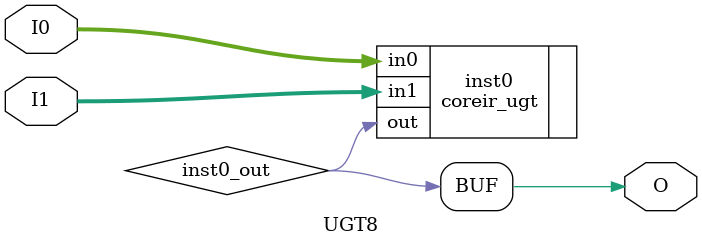
<source format=v>
module UGT8 (input [7:0] I0, input [7:0] I1, output  O);
wire  inst0_out;
coreir_ugt inst0 (.in0(I0), .in1(I1), .out(inst0_out));
assign O = inst0_out;
endmodule


</source>
